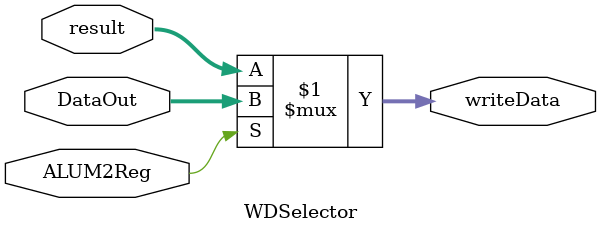
<source format=v>
/*
	¼Ä´æÆ÷×éWriteData¶Ë¿ÚµÄÑ¡ÔñÆ÷£¨¶ÔÓ¦Í¼ÖÐÓÒÏÂ½ÇµÄÑ¡ÔñÆ÷£©¡£
*/
module WDSelector(
	input ALUM2Reg,
	input [31:0] result,
	input [31:0] DataOut,
	output wire [31:0] writeData
    );
	//ALum2RegÎª1£¬Êý¾ÝÀ´×ÔDataOut¼´ÄÚ´æ£¬·ñÔòÀ´×Ôresult(ALU)
	assign writeData = ALUM2Reg ? DataOut : result;
endmodule

</source>
